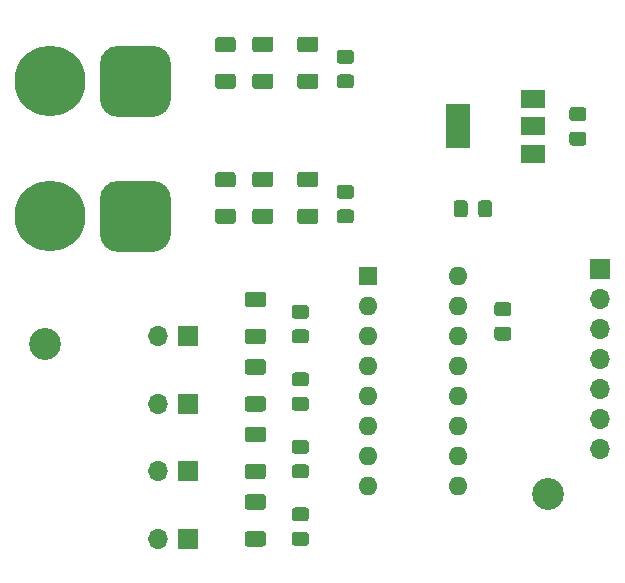
<source format=gbr>
%TF.GenerationSoftware,KiCad,Pcbnew,(5.1.9)-1*%
%TF.CreationDate,2021-11-14T13:30:33-05:00*%
%TF.ProjectId,Telem Board,54656c65-6d20-4426-9f61-72642e6b6963,rev?*%
%TF.SameCoordinates,Original*%
%TF.FileFunction,Soldermask,Top*%
%TF.FilePolarity,Negative*%
%FSLAX46Y46*%
G04 Gerber Fmt 4.6, Leading zero omitted, Abs format (unit mm)*
G04 Created by KiCad (PCBNEW (5.1.9)-1) date 2021-11-14 13:30:33*
%MOMM*%
%LPD*%
G01*
G04 APERTURE LIST*
%ADD10C,6.000000*%
%ADD11C,2.700000*%
%ADD12O,1.600000X1.600000*%
%ADD13R,1.600000X1.600000*%
%ADD14R,2.000000X1.500000*%
%ADD15R,2.000000X3.800000*%
%ADD16O,1.700000X1.700000*%
%ADD17R,1.700000X1.700000*%
G04 APERTURE END LIST*
%TO.C,F2*%
G36*
G01*
X146695000Y-80630000D02*
X147945000Y-80630000D01*
G75*
G02*
X148195000Y-80880000I0J-250000D01*
G01*
X148195000Y-81680000D01*
G75*
G02*
X147945000Y-81930000I-250000J0D01*
G01*
X146695000Y-81930000D01*
G75*
G02*
X146445000Y-81680000I0J250000D01*
G01*
X146445000Y-80880000D01*
G75*
G02*
X146695000Y-80630000I250000J0D01*
G01*
G37*
G36*
G01*
X146695000Y-77530000D02*
X147945000Y-77530000D01*
G75*
G02*
X148195000Y-77780000I0J-250000D01*
G01*
X148195000Y-78580000D01*
G75*
G02*
X147945000Y-78830000I-250000J0D01*
G01*
X146695000Y-78830000D01*
G75*
G02*
X146445000Y-78580000I0J250000D01*
G01*
X146445000Y-77780000D01*
G75*
G02*
X146695000Y-77530000I250000J0D01*
G01*
G37*
%TD*%
%TO.C,F1*%
G36*
G01*
X146695000Y-69200000D02*
X147945000Y-69200000D01*
G75*
G02*
X148195000Y-69450000I0J-250000D01*
G01*
X148195000Y-70250000D01*
G75*
G02*
X147945000Y-70500000I-250000J0D01*
G01*
X146695000Y-70500000D01*
G75*
G02*
X146445000Y-70250000I0J250000D01*
G01*
X146445000Y-69450000D01*
G75*
G02*
X146695000Y-69200000I250000J0D01*
G01*
G37*
G36*
G01*
X146695000Y-66100000D02*
X147945000Y-66100000D01*
G75*
G02*
X148195000Y-66350000I0J-250000D01*
G01*
X148195000Y-67150000D01*
G75*
G02*
X147945000Y-67400000I-250000J0D01*
G01*
X146695000Y-67400000D01*
G75*
G02*
X146445000Y-67150000I0J250000D01*
G01*
X146445000Y-66350000D01*
G75*
G02*
X146695000Y-66100000I250000J0D01*
G01*
G37*
%TD*%
%TO.C,R8*%
G36*
G01*
X154955002Y-78817500D02*
X153654998Y-78817500D01*
G75*
G02*
X153405000Y-78567502I0J249998D01*
G01*
X153405000Y-77742498D01*
G75*
G02*
X153654998Y-77492500I249998J0D01*
G01*
X154955002Y-77492500D01*
G75*
G02*
X155205000Y-77742498I0J-249998D01*
G01*
X155205000Y-78567502D01*
G75*
G02*
X154955002Y-78817500I-249998J0D01*
G01*
G37*
G36*
G01*
X154955002Y-81942500D02*
X153654998Y-81942500D01*
G75*
G02*
X153405000Y-81692502I0J249998D01*
G01*
X153405000Y-80867498D01*
G75*
G02*
X153654998Y-80617500I249998J0D01*
G01*
X154955002Y-80617500D01*
G75*
G02*
X155205000Y-80867498I0J-249998D01*
G01*
X155205000Y-81692502D01*
G75*
G02*
X154955002Y-81942500I-249998J0D01*
G01*
G37*
%TD*%
%TO.C,R7*%
G36*
G01*
X149844998Y-80617500D02*
X151145002Y-80617500D01*
G75*
G02*
X151395000Y-80867498I0J-249998D01*
G01*
X151395000Y-81692502D01*
G75*
G02*
X151145002Y-81942500I-249998J0D01*
G01*
X149844998Y-81942500D01*
G75*
G02*
X149595000Y-81692502I0J249998D01*
G01*
X149595000Y-80867498D01*
G75*
G02*
X149844998Y-80617500I249998J0D01*
G01*
G37*
G36*
G01*
X149844998Y-77492500D02*
X151145002Y-77492500D01*
G75*
G02*
X151395000Y-77742498I0J-249998D01*
G01*
X151395000Y-78567502D01*
G75*
G02*
X151145002Y-78817500I-249998J0D01*
G01*
X149844998Y-78817500D01*
G75*
G02*
X149595000Y-78567502I0J249998D01*
G01*
X149595000Y-77742498D01*
G75*
G02*
X149844998Y-77492500I249998J0D01*
G01*
G37*
%TD*%
%TO.C,J7*%
G36*
G01*
X142700000Y-79780000D02*
X142700000Y-82780000D01*
G75*
G02*
X141200000Y-84280000I-1500000J0D01*
G01*
X138200000Y-84280000D01*
G75*
G02*
X136700000Y-82780000I0J1500000D01*
G01*
X136700000Y-79780000D01*
G75*
G02*
X138200000Y-78280000I1500000J0D01*
G01*
X141200000Y-78280000D01*
G75*
G02*
X142700000Y-79780000I0J-1500000D01*
G01*
G37*
D10*
X132500000Y-81280000D03*
%TD*%
%TO.C,C9*%
G36*
G01*
X157955000Y-79792500D02*
X157005000Y-79792500D01*
G75*
G02*
X156755000Y-79542500I0J250000D01*
G01*
X156755000Y-78867500D01*
G75*
G02*
X157005000Y-78617500I250000J0D01*
G01*
X157955000Y-78617500D01*
G75*
G02*
X158205000Y-78867500I0J-250000D01*
G01*
X158205000Y-79542500D01*
G75*
G02*
X157955000Y-79792500I-250000J0D01*
G01*
G37*
G36*
G01*
X157955000Y-81867500D02*
X157005000Y-81867500D01*
G75*
G02*
X156755000Y-81617500I0J250000D01*
G01*
X156755000Y-80942500D01*
G75*
G02*
X157005000Y-80692500I250000J0D01*
G01*
X157955000Y-80692500D01*
G75*
G02*
X158205000Y-80942500I0J-250000D01*
G01*
X158205000Y-81617500D01*
G75*
G02*
X157955000Y-81867500I-250000J0D01*
G01*
G37*
%TD*%
D11*
%TO.C,H2*%
X174625000Y-104775000D03*
%TD*%
%TO.C,H1*%
X132080000Y-92075000D03*
%TD*%
D12*
%TO.C,U2*%
X167005000Y-86360000D03*
X159385000Y-104140000D03*
X167005000Y-88900000D03*
X159385000Y-101600000D03*
X167005000Y-91440000D03*
X159385000Y-99060000D03*
X167005000Y-93980000D03*
X159385000Y-96520000D03*
X167005000Y-96520000D03*
X159385000Y-93980000D03*
X167005000Y-99060000D03*
X159385000Y-91440000D03*
X167005000Y-101600000D03*
X159385000Y-88900000D03*
X167005000Y-104140000D03*
D13*
X159385000Y-86360000D03*
%TD*%
D14*
%TO.C,U1*%
X173330000Y-75960000D03*
X173330000Y-71360000D03*
X173330000Y-73660000D03*
D15*
X167030000Y-73660000D03*
%TD*%
%TO.C,R6*%
G36*
G01*
X154955002Y-67387500D02*
X153654998Y-67387500D01*
G75*
G02*
X153405000Y-67137502I0J249998D01*
G01*
X153405000Y-66312498D01*
G75*
G02*
X153654998Y-66062500I249998J0D01*
G01*
X154955002Y-66062500D01*
G75*
G02*
X155205000Y-66312498I0J-249998D01*
G01*
X155205000Y-67137502D01*
G75*
G02*
X154955002Y-67387500I-249998J0D01*
G01*
G37*
G36*
G01*
X154955002Y-70512500D02*
X153654998Y-70512500D01*
G75*
G02*
X153405000Y-70262502I0J249998D01*
G01*
X153405000Y-69437498D01*
G75*
G02*
X153654998Y-69187500I249998J0D01*
G01*
X154955002Y-69187500D01*
G75*
G02*
X155205000Y-69437498I0J-249998D01*
G01*
X155205000Y-70262502D01*
G75*
G02*
X154955002Y-70512500I-249998J0D01*
G01*
G37*
%TD*%
%TO.C,R5*%
G36*
G01*
X149844998Y-69187500D02*
X151145002Y-69187500D01*
G75*
G02*
X151395000Y-69437498I0J-249998D01*
G01*
X151395000Y-70262502D01*
G75*
G02*
X151145002Y-70512500I-249998J0D01*
G01*
X149844998Y-70512500D01*
G75*
G02*
X149595000Y-70262502I0J249998D01*
G01*
X149595000Y-69437498D01*
G75*
G02*
X149844998Y-69187500I249998J0D01*
G01*
G37*
G36*
G01*
X149844998Y-66062500D02*
X151145002Y-66062500D01*
G75*
G02*
X151395000Y-66312498I0J-249998D01*
G01*
X151395000Y-67137502D01*
G75*
G02*
X151145002Y-67387500I-249998J0D01*
G01*
X149844998Y-67387500D01*
G75*
G02*
X149595000Y-67137502I0J249998D01*
G01*
X149595000Y-66312498D01*
G75*
G02*
X149844998Y-66062500I249998J0D01*
G01*
G37*
%TD*%
%TO.C,R4*%
G36*
G01*
X149209998Y-107922500D02*
X150510002Y-107922500D01*
G75*
G02*
X150760000Y-108172498I0J-249998D01*
G01*
X150760000Y-108997502D01*
G75*
G02*
X150510002Y-109247500I-249998J0D01*
G01*
X149209998Y-109247500D01*
G75*
G02*
X148960000Y-108997502I0J249998D01*
G01*
X148960000Y-108172498D01*
G75*
G02*
X149209998Y-107922500I249998J0D01*
G01*
G37*
G36*
G01*
X149209998Y-104797500D02*
X150510002Y-104797500D01*
G75*
G02*
X150760000Y-105047498I0J-249998D01*
G01*
X150760000Y-105872502D01*
G75*
G02*
X150510002Y-106122500I-249998J0D01*
G01*
X149209998Y-106122500D01*
G75*
G02*
X148960000Y-105872502I0J249998D01*
G01*
X148960000Y-105047498D01*
G75*
G02*
X149209998Y-104797500I249998J0D01*
G01*
G37*
%TD*%
%TO.C,R3*%
G36*
G01*
X149209998Y-102207500D02*
X150510002Y-102207500D01*
G75*
G02*
X150760000Y-102457498I0J-249998D01*
G01*
X150760000Y-103282502D01*
G75*
G02*
X150510002Y-103532500I-249998J0D01*
G01*
X149209998Y-103532500D01*
G75*
G02*
X148960000Y-103282502I0J249998D01*
G01*
X148960000Y-102457498D01*
G75*
G02*
X149209998Y-102207500I249998J0D01*
G01*
G37*
G36*
G01*
X149209998Y-99082500D02*
X150510002Y-99082500D01*
G75*
G02*
X150760000Y-99332498I0J-249998D01*
G01*
X150760000Y-100157502D01*
G75*
G02*
X150510002Y-100407500I-249998J0D01*
G01*
X149209998Y-100407500D01*
G75*
G02*
X148960000Y-100157502I0J249998D01*
G01*
X148960000Y-99332498D01*
G75*
G02*
X149209998Y-99082500I249998J0D01*
G01*
G37*
%TD*%
%TO.C,R2*%
G36*
G01*
X149209998Y-96492500D02*
X150510002Y-96492500D01*
G75*
G02*
X150760000Y-96742498I0J-249998D01*
G01*
X150760000Y-97567502D01*
G75*
G02*
X150510002Y-97817500I-249998J0D01*
G01*
X149209998Y-97817500D01*
G75*
G02*
X148960000Y-97567502I0J249998D01*
G01*
X148960000Y-96742498D01*
G75*
G02*
X149209998Y-96492500I249998J0D01*
G01*
G37*
G36*
G01*
X149209998Y-93367500D02*
X150510002Y-93367500D01*
G75*
G02*
X150760000Y-93617498I0J-249998D01*
G01*
X150760000Y-94442502D01*
G75*
G02*
X150510002Y-94692500I-249998J0D01*
G01*
X149209998Y-94692500D01*
G75*
G02*
X148960000Y-94442502I0J249998D01*
G01*
X148960000Y-93617498D01*
G75*
G02*
X149209998Y-93367500I249998J0D01*
G01*
G37*
%TD*%
%TO.C,R1*%
G36*
G01*
X149209998Y-90777500D02*
X150510002Y-90777500D01*
G75*
G02*
X150760000Y-91027498I0J-249998D01*
G01*
X150760000Y-91852502D01*
G75*
G02*
X150510002Y-92102500I-249998J0D01*
G01*
X149209998Y-92102500D01*
G75*
G02*
X148960000Y-91852502I0J249998D01*
G01*
X148960000Y-91027498D01*
G75*
G02*
X149209998Y-90777500I249998J0D01*
G01*
G37*
G36*
G01*
X149209998Y-87652500D02*
X150510002Y-87652500D01*
G75*
G02*
X150760000Y-87902498I0J-249998D01*
G01*
X150760000Y-88727502D01*
G75*
G02*
X150510002Y-88977500I-249998J0D01*
G01*
X149209998Y-88977500D01*
G75*
G02*
X148960000Y-88727502I0J249998D01*
G01*
X148960000Y-87902498D01*
G75*
G02*
X149209998Y-87652500I249998J0D01*
G01*
G37*
%TD*%
%TO.C,J6*%
G36*
G01*
X142700000Y-68350000D02*
X142700000Y-71350000D01*
G75*
G02*
X141200000Y-72850000I-1500000J0D01*
G01*
X138200000Y-72850000D01*
G75*
G02*
X136700000Y-71350000I0J1500000D01*
G01*
X136700000Y-68350000D01*
G75*
G02*
X138200000Y-66850000I1500000J0D01*
G01*
X141200000Y-66850000D01*
G75*
G02*
X142700000Y-68350000I0J-1500000D01*
G01*
G37*
D10*
X132500000Y-69850000D03*
%TD*%
D16*
%TO.C,J5*%
X141605000Y-108585000D03*
D17*
X144145000Y-108585000D03*
%TD*%
D16*
%TO.C,J4*%
X141605000Y-102870000D03*
D17*
X144145000Y-102870000D03*
%TD*%
D16*
%TO.C,J3*%
X141605000Y-97155000D03*
D17*
X144145000Y-97155000D03*
%TD*%
D16*
%TO.C,J2*%
X141605000Y-91440000D03*
D17*
X144145000Y-91440000D03*
%TD*%
D16*
%TO.C,J1*%
X179070000Y-100965000D03*
X179070000Y-98425000D03*
X179070000Y-95885000D03*
X179070000Y-93345000D03*
X179070000Y-90805000D03*
X179070000Y-88265000D03*
D17*
X179070000Y-85725000D03*
%TD*%
%TO.C,C8*%
G36*
G01*
X170340000Y-90620000D02*
X171290000Y-90620000D01*
G75*
G02*
X171540000Y-90870000I0J-250000D01*
G01*
X171540000Y-91545000D01*
G75*
G02*
X171290000Y-91795000I-250000J0D01*
G01*
X170340000Y-91795000D01*
G75*
G02*
X170090000Y-91545000I0J250000D01*
G01*
X170090000Y-90870000D01*
G75*
G02*
X170340000Y-90620000I250000J0D01*
G01*
G37*
G36*
G01*
X170340000Y-88545000D02*
X171290000Y-88545000D01*
G75*
G02*
X171540000Y-88795000I0J-250000D01*
G01*
X171540000Y-89470000D01*
G75*
G02*
X171290000Y-89720000I-250000J0D01*
G01*
X170340000Y-89720000D01*
G75*
G02*
X170090000Y-89470000I0J250000D01*
G01*
X170090000Y-88795000D01*
G75*
G02*
X170340000Y-88545000I250000J0D01*
G01*
G37*
%TD*%
%TO.C,C7*%
G36*
G01*
X176690000Y-74110000D02*
X177640000Y-74110000D01*
G75*
G02*
X177890000Y-74360000I0J-250000D01*
G01*
X177890000Y-75035000D01*
G75*
G02*
X177640000Y-75285000I-250000J0D01*
G01*
X176690000Y-75285000D01*
G75*
G02*
X176440000Y-75035000I0J250000D01*
G01*
X176440000Y-74360000D01*
G75*
G02*
X176690000Y-74110000I250000J0D01*
G01*
G37*
G36*
G01*
X176690000Y-72035000D02*
X177640000Y-72035000D01*
G75*
G02*
X177890000Y-72285000I0J-250000D01*
G01*
X177890000Y-72960000D01*
G75*
G02*
X177640000Y-73210000I-250000J0D01*
G01*
X176690000Y-73210000D01*
G75*
G02*
X176440000Y-72960000I0J250000D01*
G01*
X176440000Y-72285000D01*
G75*
G02*
X176690000Y-72035000I250000J0D01*
G01*
G37*
%TD*%
%TO.C,C6*%
G36*
G01*
X168725000Y-81120000D02*
X168725000Y-80170000D01*
G75*
G02*
X168975000Y-79920000I250000J0D01*
G01*
X169650000Y-79920000D01*
G75*
G02*
X169900000Y-80170000I0J-250000D01*
G01*
X169900000Y-81120000D01*
G75*
G02*
X169650000Y-81370000I-250000J0D01*
G01*
X168975000Y-81370000D01*
G75*
G02*
X168725000Y-81120000I0J250000D01*
G01*
G37*
G36*
G01*
X166650000Y-81120000D02*
X166650000Y-80170000D01*
G75*
G02*
X166900000Y-79920000I250000J0D01*
G01*
X167575000Y-79920000D01*
G75*
G02*
X167825000Y-80170000I0J-250000D01*
G01*
X167825000Y-81120000D01*
G75*
G02*
X167575000Y-81370000I-250000J0D01*
G01*
X166900000Y-81370000D01*
G75*
G02*
X166650000Y-81120000I0J250000D01*
G01*
G37*
%TD*%
%TO.C,C5*%
G36*
G01*
X157955000Y-68362500D02*
X157005000Y-68362500D01*
G75*
G02*
X156755000Y-68112500I0J250000D01*
G01*
X156755000Y-67437500D01*
G75*
G02*
X157005000Y-67187500I250000J0D01*
G01*
X157955000Y-67187500D01*
G75*
G02*
X158205000Y-67437500I0J-250000D01*
G01*
X158205000Y-68112500D01*
G75*
G02*
X157955000Y-68362500I-250000J0D01*
G01*
G37*
G36*
G01*
X157955000Y-70437500D02*
X157005000Y-70437500D01*
G75*
G02*
X156755000Y-70187500I0J250000D01*
G01*
X156755000Y-69512500D01*
G75*
G02*
X157005000Y-69262500I250000J0D01*
G01*
X157955000Y-69262500D01*
G75*
G02*
X158205000Y-69512500I0J-250000D01*
G01*
X158205000Y-70187500D01*
G75*
G02*
X157955000Y-70437500I-250000J0D01*
G01*
G37*
%TD*%
%TO.C,C4*%
G36*
G01*
X154145000Y-107097500D02*
X153195000Y-107097500D01*
G75*
G02*
X152945000Y-106847500I0J250000D01*
G01*
X152945000Y-106172500D01*
G75*
G02*
X153195000Y-105922500I250000J0D01*
G01*
X154145000Y-105922500D01*
G75*
G02*
X154395000Y-106172500I0J-250000D01*
G01*
X154395000Y-106847500D01*
G75*
G02*
X154145000Y-107097500I-250000J0D01*
G01*
G37*
G36*
G01*
X154145000Y-109172500D02*
X153195000Y-109172500D01*
G75*
G02*
X152945000Y-108922500I0J250000D01*
G01*
X152945000Y-108247500D01*
G75*
G02*
X153195000Y-107997500I250000J0D01*
G01*
X154145000Y-107997500D01*
G75*
G02*
X154395000Y-108247500I0J-250000D01*
G01*
X154395000Y-108922500D01*
G75*
G02*
X154145000Y-109172500I-250000J0D01*
G01*
G37*
%TD*%
%TO.C,C3*%
G36*
G01*
X154145000Y-101382500D02*
X153195000Y-101382500D01*
G75*
G02*
X152945000Y-101132500I0J250000D01*
G01*
X152945000Y-100457500D01*
G75*
G02*
X153195000Y-100207500I250000J0D01*
G01*
X154145000Y-100207500D01*
G75*
G02*
X154395000Y-100457500I0J-250000D01*
G01*
X154395000Y-101132500D01*
G75*
G02*
X154145000Y-101382500I-250000J0D01*
G01*
G37*
G36*
G01*
X154145000Y-103457500D02*
X153195000Y-103457500D01*
G75*
G02*
X152945000Y-103207500I0J250000D01*
G01*
X152945000Y-102532500D01*
G75*
G02*
X153195000Y-102282500I250000J0D01*
G01*
X154145000Y-102282500D01*
G75*
G02*
X154395000Y-102532500I0J-250000D01*
G01*
X154395000Y-103207500D01*
G75*
G02*
X154145000Y-103457500I-250000J0D01*
G01*
G37*
%TD*%
%TO.C,C2*%
G36*
G01*
X154145000Y-95667500D02*
X153195000Y-95667500D01*
G75*
G02*
X152945000Y-95417500I0J250000D01*
G01*
X152945000Y-94742500D01*
G75*
G02*
X153195000Y-94492500I250000J0D01*
G01*
X154145000Y-94492500D01*
G75*
G02*
X154395000Y-94742500I0J-250000D01*
G01*
X154395000Y-95417500D01*
G75*
G02*
X154145000Y-95667500I-250000J0D01*
G01*
G37*
G36*
G01*
X154145000Y-97742500D02*
X153195000Y-97742500D01*
G75*
G02*
X152945000Y-97492500I0J250000D01*
G01*
X152945000Y-96817500D01*
G75*
G02*
X153195000Y-96567500I250000J0D01*
G01*
X154145000Y-96567500D01*
G75*
G02*
X154395000Y-96817500I0J-250000D01*
G01*
X154395000Y-97492500D01*
G75*
G02*
X154145000Y-97742500I-250000J0D01*
G01*
G37*
%TD*%
%TO.C,C1*%
G36*
G01*
X154145000Y-89952500D02*
X153195000Y-89952500D01*
G75*
G02*
X152945000Y-89702500I0J250000D01*
G01*
X152945000Y-89027500D01*
G75*
G02*
X153195000Y-88777500I250000J0D01*
G01*
X154145000Y-88777500D01*
G75*
G02*
X154395000Y-89027500I0J-250000D01*
G01*
X154395000Y-89702500D01*
G75*
G02*
X154145000Y-89952500I-250000J0D01*
G01*
G37*
G36*
G01*
X154145000Y-92027500D02*
X153195000Y-92027500D01*
G75*
G02*
X152945000Y-91777500I0J250000D01*
G01*
X152945000Y-91102500D01*
G75*
G02*
X153195000Y-90852500I250000J0D01*
G01*
X154145000Y-90852500D01*
G75*
G02*
X154395000Y-91102500I0J-250000D01*
G01*
X154395000Y-91777500D01*
G75*
G02*
X154145000Y-92027500I-250000J0D01*
G01*
G37*
%TD*%
M02*

</source>
